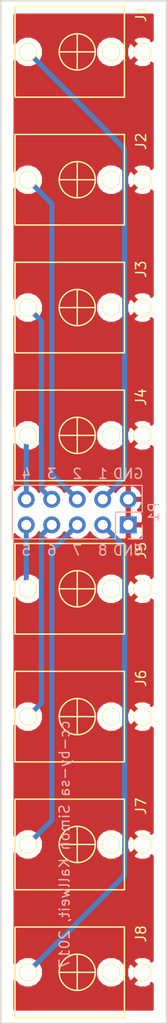
<source format=kicad_pcb>
(kicad_pcb (version 4) (host pcbnew 4.0.2-stable)

  (general
    (links 17)
    (no_connects 0)
    (area 119.304999 44.374999 135.965001 146.125001)
    (thickness 1.6)
    (drawings 15)
    (tracks 24)
    (zones 0)
    (modules 9)
    (nets 18)
  )

  (page A4)
  (layers
    (0 F.Cu signal hide)
    (31 B.Cu signal hide)
    (32 B.Adhes user)
    (33 F.Adhes user)
    (34 B.Paste user)
    (35 F.Paste user)
    (36 B.SilkS user)
    (37 F.SilkS user hide)
    (38 B.Mask user)
    (39 F.Mask user)
    (40 Dwgs.User user)
    (41 Cmts.User user)
    (42 Eco1.User user)
    (43 Eco2.User user)
    (44 Edge.Cuts user)
    (45 Margin user)
    (46 B.CrtYd user)
    (47 F.CrtYd user)
    (48 B.Fab user)
    (49 F.Fab user)
  )

  (setup
    (last_trace_width 0.25)
    (user_trace_width 0.5)
    (trace_clearance 0.2)
    (zone_clearance 0.508)
    (zone_45_only no)
    (trace_min 0.2)
    (segment_width 0.2)
    (edge_width 0.15)
    (via_size 0.6)
    (via_drill 0.4)
    (via_min_size 0.4)
    (via_min_drill 0.3)
    (uvia_size 0.3)
    (uvia_drill 0.1)
    (uvias_allowed no)
    (uvia_min_size 0.2)
    (uvia_min_drill 0.1)
    (pcb_text_width 0.3)
    (pcb_text_size 1.5 1.5)
    (mod_edge_width 0.15)
    (mod_text_size 1 1)
    (mod_text_width 0.15)
    (pad_size 1.524 1.524)
    (pad_drill 0.762)
    (pad_to_mask_clearance 0.2)
    (aux_axis_origin 0 0)
    (visible_elements FFFFFF7F)
    (pcbplotparams
      (layerselection 0x00030_80000001)
      (usegerberextensions false)
      (excludeedgelayer true)
      (linewidth 0.100000)
      (plotframeref false)
      (viasonmask false)
      (mode 1)
      (useauxorigin false)
      (hpglpennumber 1)
      (hpglpenspeed 20)
      (hpglpendiameter 15)
      (hpglpenoverlay 2)
      (psnegative false)
      (psa4output false)
      (plotreference true)
      (plotvalue true)
      (plotinvisibletext false)
      (padsonsilk false)
      (subtractmaskfromsilk false)
      (outputformat 1)
      (mirror false)
      (drillshape 1)
      (scaleselection 1)
      (outputdirectory ""))
  )

  (net 0 "")
  (net 1 "Net-(J1-Pad2)")
  (net 2 /GND)
  (net 3 /SIG1)
  (net 4 "Net-(J2-Pad2)")
  (net 5 /SIG2)
  (net 6 "Net-(J3-Pad2)")
  (net 7 /SIG3)
  (net 8 "Net-(J4-Pad2)")
  (net 9 /SIG4)
  (net 10 "Net-(J5-Pad2)")
  (net 11 /SIG5)
  (net 12 "Net-(J6-Pad2)")
  (net 13 /SIG6)
  (net 14 "Net-(J7-Pad2)")
  (net 15 /SIG7)
  (net 16 "Net-(J8-Pad2)")
  (net 17 /SIG8)

  (net_class Default "This is the default net class."
    (clearance 0.2)
    (trace_width 0.25)
    (via_dia 0.6)
    (via_drill 0.4)
    (uvia_dia 0.3)
    (uvia_drill 0.1)
    (add_net /GND)
    (add_net /SIG1)
    (add_net /SIG2)
    (add_net /SIG3)
    (add_net /SIG4)
    (add_net /SIG5)
    (add_net /SIG6)
    (add_net /SIG7)
    (add_net /SIG8)
    (add_net "Net-(J1-Pad2)")
    (add_net "Net-(J2-Pad2)")
    (add_net "Net-(J3-Pad2)")
    (add_net "Net-(J4-Pad2)")
    (add_net "Net-(J5-Pad2)")
    (add_net "Net-(J6-Pad2)")
    (add_net "Net-(J7-Pad2)")
    (add_net "Net-(J8-Pad2)")
  )

  (module Eurocad:PJ301M-12 (layer F.Cu) (tedit 5819F691) (tstamp 58AE0D1D)
    (at 127 49.53 90)
    (path /58AE1104)
    (fp_text reference J1 (at 3.81 6.35 90) (layer F.SilkS)
      (effects (font (size 1 1) (thickness 0.15)))
    )
    (fp_text value PJ301M-12 (at 0 -7.112 90) (layer F.Fab)
      (effects (font (size 1 1) (thickness 0.15)))
    )
    (fp_line (start -1.8 0) (end 1.8 0) (layer F.SilkS) (width 0.15))
    (fp_line (start 0 -1.8) (end 0 1.8) (layer F.SilkS) (width 0.15))
    (fp_circle (center 0 0) (end 1.8 0) (layer F.SilkS) (width 0.15))
    (fp_line (start 4.5 -6.2) (end 4.5 4.7) (layer F.SilkS) (width 0.15))
    (fp_line (start -4.5 -6.2) (end -4.5 4.7) (layer F.SilkS) (width 0.15))
    (fp_line (start -4.5 4.7) (end 4.5 4.7) (layer F.SilkS) (width 0.15))
    (fp_line (start -4.5 -6.2) (end 4.5 -6.2) (layer F.SilkS) (width 0.15))
    (pad 2 thru_hole circle (at 0 3.38 90) (size 1.8 1.8) (drill 1.6) (layers *.Cu *.Mask F.SilkS)
      (net 1 "Net-(J1-Pad2)"))
    (pad 1 thru_hole circle (at 0 6.48 90) (size 1.8 1.8) (drill 1.6) (layers *.Cu *.Mask F.SilkS)
      (net 2 /GND))
    (pad 3 thru_hole circle (at 0 -4.92 90) (size 1.8 1.8) (drill 1.6) (layers *.Cu *.Mask F.SilkS)
      (net 3 /SIG1))
  )

  (module Eurocad:PJ301M-12 (layer F.Cu) (tedit 5819F691) (tstamp 58AE0D24)
    (at 127 62.23 90)
    (path /58AE11C0)
    (fp_text reference J2 (at 3.81 6.35 90) (layer F.SilkS)
      (effects (font (size 1 1) (thickness 0.15)))
    )
    (fp_text value PJ301M-12 (at 0 -7.112 90) (layer F.Fab)
      (effects (font (size 1 1) (thickness 0.15)))
    )
    (fp_line (start -1.8 0) (end 1.8 0) (layer F.SilkS) (width 0.15))
    (fp_line (start 0 -1.8) (end 0 1.8) (layer F.SilkS) (width 0.15))
    (fp_circle (center 0 0) (end 1.8 0) (layer F.SilkS) (width 0.15))
    (fp_line (start 4.5 -6.2) (end 4.5 4.7) (layer F.SilkS) (width 0.15))
    (fp_line (start -4.5 -6.2) (end -4.5 4.7) (layer F.SilkS) (width 0.15))
    (fp_line (start -4.5 4.7) (end 4.5 4.7) (layer F.SilkS) (width 0.15))
    (fp_line (start -4.5 -6.2) (end 4.5 -6.2) (layer F.SilkS) (width 0.15))
    (pad 2 thru_hole circle (at 0 3.38 90) (size 1.8 1.8) (drill 1.6) (layers *.Cu *.Mask F.SilkS)
      (net 4 "Net-(J2-Pad2)"))
    (pad 1 thru_hole circle (at 0 6.48 90) (size 1.8 1.8) (drill 1.6) (layers *.Cu *.Mask F.SilkS)
      (net 2 /GND))
    (pad 3 thru_hole circle (at 0 -4.92 90) (size 1.8 1.8) (drill 1.6) (layers *.Cu *.Mask F.SilkS)
      (net 5 /SIG2))
  )

  (module Eurocad:PJ301M-12 (layer F.Cu) (tedit 5819F691) (tstamp 58AE0D2B)
    (at 127 74.93 90)
    (path /58AE11F4)
    (fp_text reference J3 (at 3.81 6.35 90) (layer F.SilkS)
      (effects (font (size 1 1) (thickness 0.15)))
    )
    (fp_text value PJ301M-12 (at 0 -7.112 90) (layer F.Fab)
      (effects (font (size 1 1) (thickness 0.15)))
    )
    (fp_line (start -1.8 0) (end 1.8 0) (layer F.SilkS) (width 0.15))
    (fp_line (start 0 -1.8) (end 0 1.8) (layer F.SilkS) (width 0.15))
    (fp_circle (center 0 0) (end 1.8 0) (layer F.SilkS) (width 0.15))
    (fp_line (start 4.5 -6.2) (end 4.5 4.7) (layer F.SilkS) (width 0.15))
    (fp_line (start -4.5 -6.2) (end -4.5 4.7) (layer F.SilkS) (width 0.15))
    (fp_line (start -4.5 4.7) (end 4.5 4.7) (layer F.SilkS) (width 0.15))
    (fp_line (start -4.5 -6.2) (end 4.5 -6.2) (layer F.SilkS) (width 0.15))
    (pad 2 thru_hole circle (at 0 3.38 90) (size 1.8 1.8) (drill 1.6) (layers *.Cu *.Mask F.SilkS)
      (net 6 "Net-(J3-Pad2)"))
    (pad 1 thru_hole circle (at 0 6.48 90) (size 1.8 1.8) (drill 1.6) (layers *.Cu *.Mask F.SilkS)
      (net 2 /GND))
    (pad 3 thru_hole circle (at 0 -4.92 90) (size 1.8 1.8) (drill 1.6) (layers *.Cu *.Mask F.SilkS)
      (net 7 /SIG3))
  )

  (module Eurocad:PJ301M-12 (layer F.Cu) (tedit 5819F691) (tstamp 58AE0D32)
    (at 127 87.63 90)
    (path /58AE11FA)
    (fp_text reference J4 (at 3.81 6.35 90) (layer F.SilkS)
      (effects (font (size 1 1) (thickness 0.15)))
    )
    (fp_text value PJ301M-12 (at 0 -7.112 90) (layer F.Fab)
      (effects (font (size 1 1) (thickness 0.15)))
    )
    (fp_line (start -1.8 0) (end 1.8 0) (layer F.SilkS) (width 0.15))
    (fp_line (start 0 -1.8) (end 0 1.8) (layer F.SilkS) (width 0.15))
    (fp_circle (center 0 0) (end 1.8 0) (layer F.SilkS) (width 0.15))
    (fp_line (start 4.5 -6.2) (end 4.5 4.7) (layer F.SilkS) (width 0.15))
    (fp_line (start -4.5 -6.2) (end -4.5 4.7) (layer F.SilkS) (width 0.15))
    (fp_line (start -4.5 4.7) (end 4.5 4.7) (layer F.SilkS) (width 0.15))
    (fp_line (start -4.5 -6.2) (end 4.5 -6.2) (layer F.SilkS) (width 0.15))
    (pad 2 thru_hole circle (at 0 3.38 90) (size 1.8 1.8) (drill 1.6) (layers *.Cu *.Mask F.SilkS)
      (net 8 "Net-(J4-Pad2)"))
    (pad 1 thru_hole circle (at 0 6.48 90) (size 1.8 1.8) (drill 1.6) (layers *.Cu *.Mask F.SilkS)
      (net 2 /GND))
    (pad 3 thru_hole circle (at 0 -4.92 90) (size 1.8 1.8) (drill 1.6) (layers *.Cu *.Mask F.SilkS)
      (net 9 /SIG4))
  )

  (module Eurocad:PJ301M-12 (layer F.Cu) (tedit 5819F691) (tstamp 58AE0D39)
    (at 127 102.87 90)
    (path /58AE12BE)
    (fp_text reference J5 (at 3.81 6.35 90) (layer F.SilkS)
      (effects (font (size 1 1) (thickness 0.15)))
    )
    (fp_text value PJ301M-12 (at 0 -7.112 90) (layer F.Fab)
      (effects (font (size 1 1) (thickness 0.15)))
    )
    (fp_line (start -1.8 0) (end 1.8 0) (layer F.SilkS) (width 0.15))
    (fp_line (start 0 -1.8) (end 0 1.8) (layer F.SilkS) (width 0.15))
    (fp_circle (center 0 0) (end 1.8 0) (layer F.SilkS) (width 0.15))
    (fp_line (start 4.5 -6.2) (end 4.5 4.7) (layer F.SilkS) (width 0.15))
    (fp_line (start -4.5 -6.2) (end -4.5 4.7) (layer F.SilkS) (width 0.15))
    (fp_line (start -4.5 4.7) (end 4.5 4.7) (layer F.SilkS) (width 0.15))
    (fp_line (start -4.5 -6.2) (end 4.5 -6.2) (layer F.SilkS) (width 0.15))
    (pad 2 thru_hole circle (at 0 3.38 90) (size 1.8 1.8) (drill 1.6) (layers *.Cu *.Mask F.SilkS)
      (net 10 "Net-(J5-Pad2)"))
    (pad 1 thru_hole circle (at 0 6.48 90) (size 1.8 1.8) (drill 1.6) (layers *.Cu *.Mask F.SilkS)
      (net 2 /GND))
    (pad 3 thru_hole circle (at 0 -4.92 90) (size 1.8 1.8) (drill 1.6) (layers *.Cu *.Mask F.SilkS)
      (net 11 /SIG5))
  )

  (module Eurocad:PJ301M-12 (layer F.Cu) (tedit 5819F691) (tstamp 58AE0D40)
    (at 127 115.57 90)
    (path /58AE12C4)
    (fp_text reference J6 (at 3.81 6.35 90) (layer F.SilkS)
      (effects (font (size 1 1) (thickness 0.15)))
    )
    (fp_text value PJ301M-12 (at 0 -7.112 90) (layer F.Fab)
      (effects (font (size 1 1) (thickness 0.15)))
    )
    (fp_line (start -1.8 0) (end 1.8 0) (layer F.SilkS) (width 0.15))
    (fp_line (start 0 -1.8) (end 0 1.8) (layer F.SilkS) (width 0.15))
    (fp_circle (center 0 0) (end 1.8 0) (layer F.SilkS) (width 0.15))
    (fp_line (start 4.5 -6.2) (end 4.5 4.7) (layer F.SilkS) (width 0.15))
    (fp_line (start -4.5 -6.2) (end -4.5 4.7) (layer F.SilkS) (width 0.15))
    (fp_line (start -4.5 4.7) (end 4.5 4.7) (layer F.SilkS) (width 0.15))
    (fp_line (start -4.5 -6.2) (end 4.5 -6.2) (layer F.SilkS) (width 0.15))
    (pad 2 thru_hole circle (at 0 3.38 90) (size 1.8 1.8) (drill 1.6) (layers *.Cu *.Mask F.SilkS)
      (net 12 "Net-(J6-Pad2)"))
    (pad 1 thru_hole circle (at 0 6.48 90) (size 1.8 1.8) (drill 1.6) (layers *.Cu *.Mask F.SilkS)
      (net 2 /GND))
    (pad 3 thru_hole circle (at 0 -4.92 90) (size 1.8 1.8) (drill 1.6) (layers *.Cu *.Mask F.SilkS)
      (net 13 /SIG6))
  )

  (module Eurocad:PJ301M-12 (layer F.Cu) (tedit 5819F691) (tstamp 58AE0D47)
    (at 127 128.27 90)
    (path /58AE12CA)
    (fp_text reference J7 (at 3.81 6.35 90) (layer F.SilkS)
      (effects (font (size 1 1) (thickness 0.15)))
    )
    (fp_text value PJ301M-12 (at 0 -7.112 90) (layer F.Fab)
      (effects (font (size 1 1) (thickness 0.15)))
    )
    (fp_line (start -1.8 0) (end 1.8 0) (layer F.SilkS) (width 0.15))
    (fp_line (start 0 -1.8) (end 0 1.8) (layer F.SilkS) (width 0.15))
    (fp_circle (center 0 0) (end 1.8 0) (layer F.SilkS) (width 0.15))
    (fp_line (start 4.5 -6.2) (end 4.5 4.7) (layer F.SilkS) (width 0.15))
    (fp_line (start -4.5 -6.2) (end -4.5 4.7) (layer F.SilkS) (width 0.15))
    (fp_line (start -4.5 4.7) (end 4.5 4.7) (layer F.SilkS) (width 0.15))
    (fp_line (start -4.5 -6.2) (end 4.5 -6.2) (layer F.SilkS) (width 0.15))
    (pad 2 thru_hole circle (at 0 3.38 90) (size 1.8 1.8) (drill 1.6) (layers *.Cu *.Mask F.SilkS)
      (net 14 "Net-(J7-Pad2)"))
    (pad 1 thru_hole circle (at 0 6.48 90) (size 1.8 1.8) (drill 1.6) (layers *.Cu *.Mask F.SilkS)
      (net 2 /GND))
    (pad 3 thru_hole circle (at 0 -4.92 90) (size 1.8 1.8) (drill 1.6) (layers *.Cu *.Mask F.SilkS)
      (net 15 /SIG7))
  )

  (module Eurocad:PJ301M-12 (layer F.Cu) (tedit 5819F691) (tstamp 58AE0D4E)
    (at 127 140.97 90)
    (path /58AE12D0)
    (fp_text reference J8 (at 3.81 6.35 90) (layer F.SilkS)
      (effects (font (size 1 1) (thickness 0.15)))
    )
    (fp_text value PJ301M-12 (at 0 -7.112 90) (layer F.Fab)
      (effects (font (size 1 1) (thickness 0.15)))
    )
    (fp_line (start -1.8 0) (end 1.8 0) (layer F.SilkS) (width 0.15))
    (fp_line (start 0 -1.8) (end 0 1.8) (layer F.SilkS) (width 0.15))
    (fp_circle (center 0 0) (end 1.8 0) (layer F.SilkS) (width 0.15))
    (fp_line (start 4.5 -6.2) (end 4.5 4.7) (layer F.SilkS) (width 0.15))
    (fp_line (start -4.5 -6.2) (end -4.5 4.7) (layer F.SilkS) (width 0.15))
    (fp_line (start -4.5 4.7) (end 4.5 4.7) (layer F.SilkS) (width 0.15))
    (fp_line (start -4.5 -6.2) (end 4.5 -6.2) (layer F.SilkS) (width 0.15))
    (pad 2 thru_hole circle (at 0 3.38 90) (size 1.8 1.8) (drill 1.6) (layers *.Cu *.Mask F.SilkS)
      (net 16 "Net-(J8-Pad2)"))
    (pad 1 thru_hole circle (at 0 6.48 90) (size 1.8 1.8) (drill 1.6) (layers *.Cu *.Mask F.SilkS)
      (net 2 /GND))
    (pad 3 thru_hole circle (at 0 -4.92 90) (size 1.8 1.8) (drill 1.6) (layers *.Cu *.Mask F.SilkS)
      (net 17 /SIG8))
  )

  (module Pin_Headers:Pin_Header_Straight_2x05_Pitch2.54mm (layer B.Cu) (tedit 5862ED53) (tstamp 58AE0D5C)
    (at 132.08 96.52 90)
    (descr "Through hole straight pin header, 2x05, 2.54mm pitch, double rows")
    (tags "Through hole pin header THT 2x05 2.54mm double row")
    (path /58AE0A22)
    (fp_text reference P1 (at 1.27 2.54 90) (layer B.SilkS)
      (effects (font (size 1 1) (thickness 0.15)) (justify mirror))
    )
    (fp_text value CONN_5X2 (at 1.27 -12.55 90) (layer B.Fab)
      (effects (font (size 1 1) (thickness 0.15)) (justify mirror))
    )
    (fp_line (start -1.27 1.27) (end -1.27 -11.43) (layer B.Fab) (width 0.1))
    (fp_line (start -1.27 -11.43) (end 3.81 -11.43) (layer B.Fab) (width 0.1))
    (fp_line (start 3.81 -11.43) (end 3.81 1.27) (layer B.Fab) (width 0.1))
    (fp_line (start 3.81 1.27) (end -1.27 1.27) (layer B.Fab) (width 0.1))
    (fp_line (start -1.39 -1.27) (end -1.39 -11.55) (layer B.SilkS) (width 0.12))
    (fp_line (start -1.39 -11.55) (end 3.93 -11.55) (layer B.SilkS) (width 0.12))
    (fp_line (start 3.93 -11.55) (end 3.93 1.39) (layer B.SilkS) (width 0.12))
    (fp_line (start 3.93 1.39) (end 1.27 1.39) (layer B.SilkS) (width 0.12))
    (fp_line (start 1.27 1.39) (end 1.27 -1.27) (layer B.SilkS) (width 0.12))
    (fp_line (start 1.27 -1.27) (end -1.39 -1.27) (layer B.SilkS) (width 0.12))
    (fp_line (start -1.39 0) (end -1.39 1.39) (layer B.SilkS) (width 0.12))
    (fp_line (start -1.39 1.39) (end 0 1.39) (layer B.SilkS) (width 0.12))
    (fp_line (start -1.6 1.6) (end -1.6 -11.7) (layer B.CrtYd) (width 0.05))
    (fp_line (start -1.6 -11.7) (end 4.1 -11.7) (layer B.CrtYd) (width 0.05))
    (fp_line (start 4.1 -11.7) (end 4.1 1.6) (layer B.CrtYd) (width 0.05))
    (fp_line (start 4.1 1.6) (end -1.6 1.6) (layer B.CrtYd) (width 0.05))
    (pad 1 thru_hole rect (at 0 0 90) (size 1.7 1.7) (drill 1) (layers *.Cu *.Mask)
      (net 2 /GND))
    (pad 2 thru_hole oval (at 2.54 0 90) (size 1.7 1.7) (drill 1) (layers *.Cu *.Mask)
      (net 2 /GND))
    (pad 3 thru_hole oval (at 0 -2.54 90) (size 1.7 1.7) (drill 1) (layers *.Cu *.Mask)
      (net 17 /SIG8))
    (pad 4 thru_hole oval (at 2.54 -2.54 90) (size 1.7 1.7) (drill 1) (layers *.Cu *.Mask)
      (net 3 /SIG1))
    (pad 5 thru_hole oval (at 0 -5.08 90) (size 1.7 1.7) (drill 1) (layers *.Cu *.Mask)
      (net 15 /SIG7))
    (pad 6 thru_hole oval (at 2.54 -5.08 90) (size 1.7 1.7) (drill 1) (layers *.Cu *.Mask)
      (net 5 /SIG2))
    (pad 7 thru_hole oval (at 0 -7.62 90) (size 1.7 1.7) (drill 1) (layers *.Cu *.Mask)
      (net 13 /SIG6))
    (pad 8 thru_hole oval (at 2.54 -7.62 90) (size 1.7 1.7) (drill 1) (layers *.Cu *.Mask)
      (net 7 /SIG3))
    (pad 9 thru_hole oval (at 0 -10.16 90) (size 1.7 1.7) (drill 1) (layers *.Cu *.Mask)
      (net 11 /SIG5))
    (pad 10 thru_hole oval (at 2.54 -10.16 90) (size 1.7 1.7) (drill 1) (layers *.Cu *.Mask)
      (net 9 /SIG4))
    (model Pin_Headers.3dshapes/Pin_Header_Straight_2x05_Pitch2.54mm.wrl
      (at (xyz 0.05 -0.2 0))
      (scale (xyz 1 1 1))
      (rotate (xyz 0 0 90))
    )
  )

  (gr_text 4 (at 121.92 91.44) (layer B.SilkS) (tstamp 58AE25E7)
    (effects (font (size 1 1) (thickness 0.15)) (justify mirror))
  )
  (gr_text 3 (at 124.46 91.44) (layer B.SilkS) (tstamp 58AE25E6)
    (effects (font (size 1 1) (thickness 0.15)) (justify mirror))
  )
  (gr_text 2 (at 127 91.44) (layer B.SilkS) (tstamp 58AE25E5)
    (effects (font (size 1 1) (thickness 0.15)) (justify mirror))
  )
  (gr_text 1 (at 129.54 91.44) (layer B.SilkS) (tstamp 58AE25E4)
    (effects (font (size 1 1) (thickness 0.15)) (justify mirror))
  )
  (gr_text GND (at 132.08 91.44) (layer B.SilkS) (tstamp 58AE25E3)
    (effects (font (size 1 1) (thickness 0.15)) (justify mirror))
  )
  (gr_text 5 (at 121.92 99.06) (layer B.SilkS) (tstamp 58AE25B9)
    (effects (font (size 1 1) (thickness 0.15)) (justify mirror))
  )
  (gr_text 6 (at 124.46 99.06) (layer B.SilkS) (tstamp 58AE25B8)
    (effects (font (size 1 1) (thickness 0.15)) (justify mirror))
  )
  (gr_text 7 (at 127 99.06) (layer B.SilkS) (tstamp 58AE25B7)
    (effects (font (size 1 1) (thickness 0.15)) (justify mirror))
  )
  (gr_text 8 (at 129.54 99.06) (layer B.SilkS) (tstamp 58AE25AD)
    (effects (font (size 1 1) (thickness 0.15)) (justify mirror))
  )
  (gr_text GND (at 132.08 99.06) (layer B.SilkS)
    (effects (font (size 1 1) (thickness 0.15)) (justify mirror))
  )
  (gr_text "cc-by-sa Simon Kallweit, 2017" (at 125.73 128.27 90) (layer B.SilkS)
    (effects (font (size 1 1) (thickness 0.15)) (justify mirror))
  )
  (gr_line (start 135.89 44.45) (end 119.38 44.45) (layer Edge.Cuts) (width 0.15))
  (gr_line (start 135.89 146.05) (end 135.89 44.45) (layer Edge.Cuts) (width 0.15))
  (gr_line (start 119.38 146.05) (end 135.89 146.05) (layer Edge.Cuts) (width 0.15))
  (gr_line (start 119.38 44.45) (end 119.38 146.05) (layer Edge.Cuts) (width 0.15))

  (segment (start 129.54 93.98) (end 131.730001 91.789999) (width 0.5) (layer B.Cu) (net 3))
  (segment (start 131.730001 91.789999) (end 131.730001 59.180001) (width 0.5) (layer B.Cu) (net 3))
  (segment (start 131.730001 59.180001) (end 122.08 49.53) (width 0.5) (layer B.Cu) (net 3))
  (segment (start 124.46 91.44) (end 124.46 64.61) (width 0.5) (layer B.Cu) (net 5))
  (segment (start 124.46 64.61) (end 122.08 62.23) (width 0.5) (layer B.Cu) (net 5))
  (segment (start 127 93.98) (end 124.46 91.44) (width 0.5) (layer B.Cu) (net 5))
  (segment (start 124.46 93.98) (end 123.430001 92.950001) (width 0.5) (layer B.Cu) (net 7))
  (segment (start 123.430001 92.950001) (end 123.430001 76.280001) (width 0.5) (layer B.Cu) (net 7))
  (segment (start 123.430001 76.280001) (end 122.979999 75.829999) (width 0.5) (layer B.Cu) (net 7))
  (segment (start 122.979999 75.829999) (end 122.08 74.93) (width 0.5) (layer B.Cu) (net 7))
  (segment (start 121.92 93.98) (end 121.92 87.79) (width 0.5) (layer B.Cu) (net 9))
  (segment (start 121.92 87.79) (end 122.08 87.63) (width 0.5) (layer B.Cu) (net 9))
  (segment (start 121.92 96.52) (end 121.92 102.71) (width 0.5) (layer B.Cu) (net 11))
  (segment (start 121.92 102.71) (end 122.08 102.87) (width 0.5) (layer B.Cu) (net 11))
  (segment (start 124.46 96.52) (end 123.430001 97.549999) (width 0.5) (layer B.Cu) (net 13))
  (segment (start 123.430001 97.549999) (end 123.430001 114.219999) (width 0.5) (layer B.Cu) (net 13))
  (segment (start 123.430001 114.219999) (end 122.979999 114.670001) (width 0.5) (layer B.Cu) (net 13))
  (segment (start 122.979999 114.670001) (end 122.08 115.57) (width 0.5) (layer B.Cu) (net 13))
  (segment (start 124.46 99.06) (end 124.46 125.89) (width 0.5) (layer B.Cu) (net 15))
  (segment (start 124.46 125.89) (end 122.08 128.27) (width 0.5) (layer B.Cu) (net 15))
  (segment (start 127 96.52) (end 124.46 99.06) (width 0.5) (layer B.Cu) (net 15))
  (segment (start 129.54 96.52) (end 131.730001 98.710001) (width 0.5) (layer B.Cu) (net 17))
  (segment (start 131.730001 98.710001) (end 131.730001 131.319999) (width 0.5) (layer B.Cu) (net 17))
  (segment (start 131.730001 131.319999) (end 122.08 140.97) (width 0.5) (layer B.Cu) (net 17))

  (zone (net 2) (net_name /GND) (layer F.Cu) (tstamp 0) (hatch edge 0.508)
    (connect_pads (clearance 0.508))
    (min_thickness 0.254)
    (fill yes (arc_segments 16) (thermal_gap 0.508) (thermal_bridge_width 0.508))
    (polygon
      (pts
        (xy 120.65 144.78) (xy 134.62 144.78) (xy 134.62 45.72) (xy 120.65 45.72)
      )
    )
    (filled_polygon
      (pts
        (xy 134.493 48.337392) (xy 134.380553 48.449839) (xy 134.294148 48.193357) (xy 133.720664 47.983542) (xy 133.11054 48.009161)
        (xy 132.665852 48.193357) (xy 132.579446 48.449841) (xy 133.48 49.350395) (xy 133.494143 49.336253) (xy 133.673748 49.515858)
        (xy 133.659605 49.53) (xy 133.673748 49.544143) (xy 133.494143 49.723748) (xy 133.48 49.709605) (xy 132.579446 50.610159)
        (xy 132.665852 50.866643) (xy 133.239336 51.076458) (xy 133.84946 51.050839) (xy 134.294148 50.866643) (xy 134.380553 50.610161)
        (xy 134.493 50.722608) (xy 134.493 61.037392) (xy 134.380553 61.149839) (xy 134.294148 60.893357) (xy 133.720664 60.683542)
        (xy 133.11054 60.709161) (xy 132.665852 60.893357) (xy 132.579446 61.149841) (xy 133.48 62.050395) (xy 133.494143 62.036253)
        (xy 133.673748 62.215858) (xy 133.659605 62.23) (xy 133.673748 62.244143) (xy 133.494143 62.423748) (xy 133.48 62.409605)
        (xy 132.579446 63.310159) (xy 132.665852 63.566643) (xy 133.239336 63.776458) (xy 133.84946 63.750839) (xy 134.294148 63.566643)
        (xy 134.380553 63.310161) (xy 134.493 63.422608) (xy 134.493 73.737392) (xy 134.380553 73.849839) (xy 134.294148 73.593357)
        (xy 133.720664 73.383542) (xy 133.11054 73.409161) (xy 132.665852 73.593357) (xy 132.579446 73.849841) (xy 133.48 74.750395)
        (xy 133.494143 74.736253) (xy 133.673748 74.915858) (xy 133.659605 74.93) (xy 133.673748 74.944143) (xy 133.494143 75.123748)
        (xy 133.48 75.109605) (xy 132.579446 76.010159) (xy 132.665852 76.266643) (xy 133.239336 76.476458) (xy 133.84946 76.450839)
        (xy 134.294148 76.266643) (xy 134.380553 76.010161) (xy 134.493 76.122608) (xy 134.493 86.437392) (xy 134.380553 86.549839)
        (xy 134.294148 86.293357) (xy 133.720664 86.083542) (xy 133.11054 86.109161) (xy 132.665852 86.293357) (xy 132.579446 86.549841)
        (xy 133.48 87.450395) (xy 133.494143 87.436253) (xy 133.673748 87.615858) (xy 133.659605 87.63) (xy 133.673748 87.644143)
        (xy 133.494143 87.823748) (xy 133.48 87.809605) (xy 132.579446 88.710159) (xy 132.665852 88.966643) (xy 133.239336 89.176458)
        (xy 133.84946 89.150839) (xy 134.294148 88.966643) (xy 134.380553 88.710161) (xy 134.493 88.822608) (xy 134.493 101.677392)
        (xy 134.380553 101.789839) (xy 134.294148 101.533357) (xy 133.720664 101.323542) (xy 133.11054 101.349161) (xy 132.665852 101.533357)
        (xy 132.579446 101.789841) (xy 133.48 102.690395) (xy 133.494143 102.676253) (xy 133.673748 102.855858) (xy 133.659605 102.87)
        (xy 133.673748 102.884143) (xy 133.494143 103.063748) (xy 133.48 103.049605) (xy 132.579446 103.950159) (xy 132.665852 104.206643)
        (xy 133.239336 104.416458) (xy 133.84946 104.390839) (xy 134.294148 104.206643) (xy 134.380553 103.950161) (xy 134.493 104.062608)
        (xy 134.493 114.377392) (xy 134.380553 114.489839) (xy 134.294148 114.233357) (xy 133.720664 114.023542) (xy 133.11054 114.049161)
        (xy 132.665852 114.233357) (xy 132.579446 114.489841) (xy 133.48 115.390395) (xy 133.494143 115.376253) (xy 133.673748 115.555858)
        (xy 133.659605 115.57) (xy 133.673748 115.584143) (xy 133.494143 115.763748) (xy 133.48 115.749605) (xy 132.579446 116.650159)
        (xy 132.665852 116.906643) (xy 133.239336 117.116458) (xy 133.84946 117.090839) (xy 134.294148 116.906643) (xy 134.380553 116.650161)
        (xy 134.493 116.762608) (xy 134.493 127.077392) (xy 134.380553 127.189839) (xy 134.294148 126.933357) (xy 133.720664 126.723542)
        (xy 133.11054 126.749161) (xy 132.665852 126.933357) (xy 132.579446 127.189841) (xy 133.48 128.090395) (xy 133.494143 128.076253)
        (xy 133.673748 128.255858) (xy 133.659605 128.27) (xy 133.673748 128.284143) (xy 133.494143 128.463748) (xy 133.48 128.449605)
        (xy 132.579446 129.350159) (xy 132.665852 129.606643) (xy 133.239336 129.816458) (xy 133.84946 129.790839) (xy 134.294148 129.606643)
        (xy 134.380553 129.350161) (xy 134.493 129.462608) (xy 134.493 139.777392) (xy 134.380553 139.889839) (xy 134.294148 139.633357)
        (xy 133.720664 139.423542) (xy 133.11054 139.449161) (xy 132.665852 139.633357) (xy 132.579446 139.889841) (xy 133.48 140.790395)
        (xy 133.494143 140.776253) (xy 133.673748 140.955858) (xy 133.659605 140.97) (xy 133.673748 140.984143) (xy 133.494143 141.163748)
        (xy 133.48 141.149605) (xy 132.579446 142.050159) (xy 132.665852 142.306643) (xy 133.239336 142.516458) (xy 133.84946 142.490839)
        (xy 134.294148 142.306643) (xy 134.380553 142.050161) (xy 134.493 142.162608) (xy 134.493 144.653) (xy 120.777 144.653)
        (xy 120.777 141.836115) (xy 120.777932 141.838371) (xy 121.209357 142.270551) (xy 121.77333 142.504733) (xy 122.383991 142.505265)
        (xy 122.948371 142.272068) (xy 123.380551 141.840643) (xy 123.614733 141.27667) (xy 123.614735 141.273991) (xy 128.844735 141.273991)
        (xy 129.077932 141.838371) (xy 129.509357 142.270551) (xy 130.07333 142.504733) (xy 130.683991 142.505265) (xy 131.248371 142.272068)
        (xy 131.680551 141.840643) (xy 131.914733 141.27667) (xy 131.915209 140.729336) (xy 131.933542 140.729336) (xy 131.959161 141.33946)
        (xy 132.143357 141.784148) (xy 132.399841 141.870554) (xy 133.300395 140.97) (xy 132.399841 140.069446) (xy 132.143357 140.155852)
        (xy 131.933542 140.729336) (xy 131.915209 140.729336) (xy 131.915265 140.666009) (xy 131.682068 140.101629) (xy 131.250643 139.669449)
        (xy 130.68667 139.435267) (xy 130.076009 139.434735) (xy 129.511629 139.667932) (xy 129.079449 140.099357) (xy 128.845267 140.66333)
        (xy 128.844735 141.273991) (xy 123.614735 141.273991) (xy 123.615265 140.666009) (xy 123.382068 140.101629) (xy 122.950643 139.669449)
        (xy 122.38667 139.435267) (xy 121.776009 139.434735) (xy 121.211629 139.667932) (xy 120.779449 140.099357) (xy 120.777 140.105255)
        (xy 120.777 129.136115) (xy 120.777932 129.138371) (xy 121.209357 129.570551) (xy 121.77333 129.804733) (xy 122.383991 129.805265)
        (xy 122.948371 129.572068) (xy 123.380551 129.140643) (xy 123.614733 128.57667) (xy 123.614735 128.573991) (xy 128.844735 128.573991)
        (xy 129.077932 129.138371) (xy 129.509357 129.570551) (xy 130.07333 129.804733) (xy 130.683991 129.805265) (xy 131.248371 129.572068)
        (xy 131.680551 129.140643) (xy 131.914733 128.57667) (xy 131.915209 128.029336) (xy 131.933542 128.029336) (xy 131.959161 128.63946)
        (xy 132.143357 129.084148) (xy 132.399841 129.170554) (xy 133.300395 128.27) (xy 132.399841 127.369446) (xy 132.143357 127.455852)
        (xy 131.933542 128.029336) (xy 131.915209 128.029336) (xy 131.915265 127.966009) (xy 131.682068 127.401629) (xy 131.250643 126.969449)
        (xy 130.68667 126.735267) (xy 130.076009 126.734735) (xy 129.511629 126.967932) (xy 129.079449 127.399357) (xy 128.845267 127.96333)
        (xy 128.844735 128.573991) (xy 123.614735 128.573991) (xy 123.615265 127.966009) (xy 123.382068 127.401629) (xy 122.950643 126.969449)
        (xy 122.38667 126.735267) (xy 121.776009 126.734735) (xy 121.211629 126.967932) (xy 120.779449 127.399357) (xy 120.777 127.405255)
        (xy 120.777 116.436115) (xy 120.777932 116.438371) (xy 121.209357 116.870551) (xy 121.77333 117.104733) (xy 122.383991 117.105265)
        (xy 122.948371 116.872068) (xy 123.380551 116.440643) (xy 123.614733 115.87667) (xy 123.614735 115.873991) (xy 128.844735 115.873991)
        (xy 129.077932 116.438371) (xy 129.509357 116.870551) (xy 130.07333 117.104733) (xy 130.683991 117.105265) (xy 131.248371 116.872068)
        (xy 131.680551 116.440643) (xy 131.914733 115.87667) (xy 131.915209 115.329336) (xy 131.933542 115.329336) (xy 131.959161 115.93946)
        (xy 132.143357 116.384148) (xy 132.399841 116.470554) (xy 133.300395 115.57) (xy 132.399841 114.669446) (xy 132.143357 114.755852)
        (xy 131.933542 115.329336) (xy 131.915209 115.329336) (xy 131.915265 115.266009) (xy 131.682068 114.701629) (xy 131.250643 114.269449)
        (xy 130.68667 114.035267) (xy 130.076009 114.034735) (xy 129.511629 114.267932) (xy 129.079449 114.699357) (xy 128.845267 115.26333)
        (xy 128.844735 115.873991) (xy 123.614735 115.873991) (xy 123.615265 115.266009) (xy 123.382068 114.701629) (xy 122.950643 114.269449)
        (xy 122.38667 114.035267) (xy 121.776009 114.034735) (xy 121.211629 114.267932) (xy 120.779449 114.699357) (xy 120.777 114.705255)
        (xy 120.777 103.736115) (xy 120.777932 103.738371) (xy 121.209357 104.170551) (xy 121.77333 104.404733) (xy 122.383991 104.405265)
        (xy 122.948371 104.172068) (xy 123.380551 103.740643) (xy 123.614733 103.17667) (xy 123.614735 103.173991) (xy 128.844735 103.173991)
        (xy 129.077932 103.738371) (xy 129.509357 104.170551) (xy 130.07333 104.404733) (xy 130.683991 104.405265) (xy 131.248371 104.172068)
        (xy 131.680551 103.740643) (xy 131.914733 103.17667) (xy 131.915209 102.629336) (xy 131.933542 102.629336) (xy 131.959161 103.23946)
        (xy 132.143357 103.684148) (xy 132.399841 103.770554) (xy 133.300395 102.87) (xy 132.399841 101.969446) (xy 132.143357 102.055852)
        (xy 131.933542 102.629336) (xy 131.915209 102.629336) (xy 131.915265 102.566009) (xy 131.682068 102.001629) (xy 131.250643 101.569449)
        (xy 130.68667 101.335267) (xy 130.076009 101.334735) (xy 129.511629 101.567932) (xy 129.079449 101.999357) (xy 128.845267 102.56333)
        (xy 128.844735 103.173991) (xy 123.614735 103.173991) (xy 123.615265 102.566009) (xy 123.382068 102.001629) (xy 122.950643 101.569449)
        (xy 122.38667 101.335267) (xy 121.776009 101.334735) (xy 121.211629 101.567932) (xy 120.779449 101.999357) (xy 120.777 102.005255)
        (xy 120.777 97.460043) (xy 120.869946 97.599147) (xy 121.351715 97.921054) (xy 121.92 98.034093) (xy 122.488285 97.921054)
        (xy 122.970054 97.599147) (xy 123.19 97.269974) (xy 123.409946 97.599147) (xy 123.891715 97.921054) (xy 124.46 98.034093)
        (xy 125.028285 97.921054) (xy 125.510054 97.599147) (xy 125.73 97.269974) (xy 125.949946 97.599147) (xy 126.431715 97.921054)
        (xy 127 98.034093) (xy 127.568285 97.921054) (xy 128.050054 97.599147) (xy 128.27 97.269974) (xy 128.489946 97.599147)
        (xy 128.971715 97.921054) (xy 129.54 98.034093) (xy 130.108285 97.921054) (xy 130.590054 97.599147) (xy 130.619403 97.555223)
        (xy 130.691673 97.729698) (xy 130.870301 97.908327) (xy 131.10369 98.005) (xy 131.79425 98.005) (xy 131.953 97.84625)
        (xy 131.953 96.647) (xy 132.207 96.647) (xy 132.207 97.84625) (xy 132.36575 98.005) (xy 133.05631 98.005)
        (xy 133.289699 97.908327) (xy 133.468327 97.729698) (xy 133.565 97.496309) (xy 133.565 96.80575) (xy 133.40625 96.647)
        (xy 132.207 96.647) (xy 131.953 96.647) (xy 131.933 96.647) (xy 131.933 96.393) (xy 131.953 96.393)
        (xy 131.953 94.107) (xy 132.207 94.107) (xy 132.207 96.393) (xy 133.40625 96.393) (xy 133.565 96.23425)
        (xy 133.565 95.543691) (xy 133.468327 95.310302) (xy 133.289699 95.131673) (xy 133.075792 95.04307) (xy 133.275183 94.861358)
        (xy 133.521486 94.336892) (xy 133.400819 94.107) (xy 132.207 94.107) (xy 131.953 94.107) (xy 131.933 94.107)
        (xy 131.933 93.853) (xy 131.953 93.853) (xy 131.953 92.659845) (xy 132.207 92.659845) (xy 132.207 93.853)
        (xy 133.400819 93.853) (xy 133.521486 93.623108) (xy 133.275183 93.098642) (xy 132.846924 92.708355) (xy 132.43689 92.538524)
        (xy 132.207 92.659845) (xy 131.953 92.659845) (xy 131.72311 92.538524) (xy 131.313076 92.708355) (xy 130.884817 93.098642)
        (xy 130.817702 93.241553) (xy 130.590054 92.900853) (xy 130.108285 92.578946) (xy 129.54 92.465907) (xy 128.971715 92.578946)
        (xy 128.489946 92.900853) (xy 128.27 93.230026) (xy 128.050054 92.900853) (xy 127.568285 92.578946) (xy 127 92.465907)
        (xy 126.431715 92.578946) (xy 125.949946 92.900853) (xy 125.73 93.230026) (xy 125.510054 92.900853) (xy 125.028285 92.578946)
        (xy 124.46 92.465907) (xy 123.891715 92.578946) (xy 123.409946 92.900853) (xy 123.19 93.230026) (xy 122.970054 92.900853)
        (xy 122.488285 92.578946) (xy 121.92 92.465907) (xy 121.351715 92.578946) (xy 120.869946 92.900853) (xy 120.777 93.039957)
        (xy 120.777 88.496115) (xy 120.777932 88.498371) (xy 121.209357 88.930551) (xy 121.77333 89.164733) (xy 122.383991 89.165265)
        (xy 122.948371 88.932068) (xy 123.380551 88.500643) (xy 123.614733 87.93667) (xy 123.614735 87.933991) (xy 128.844735 87.933991)
        (xy 129.077932 88.498371) (xy 129.509357 88.930551) (xy 130.07333 89.164733) (xy 130.683991 89.165265) (xy 131.248371 88.932068)
        (xy 131.680551 88.500643) (xy 131.914733 87.93667) (xy 131.915209 87.389336) (xy 131.933542 87.389336) (xy 131.959161 87.99946)
        (xy 132.143357 88.444148) (xy 132.399841 88.530554) (xy 133.300395 87.63) (xy 132.399841 86.729446) (xy 132.143357 86.815852)
        (xy 131.933542 87.389336) (xy 131.915209 87.389336) (xy 131.915265 87.326009) (xy 131.682068 86.761629) (xy 131.250643 86.329449)
        (xy 130.68667 86.095267) (xy 130.076009 86.094735) (xy 129.511629 86.327932) (xy 129.079449 86.759357) (xy 128.845267 87.32333)
        (xy 128.844735 87.933991) (xy 123.614735 87.933991) (xy 123.615265 87.326009) (xy 123.382068 86.761629) (xy 122.950643 86.329449)
        (xy 122.38667 86.095267) (xy 121.776009 86.094735) (xy 121.211629 86.327932) (xy 120.779449 86.759357) (xy 120.777 86.765255)
        (xy 120.777 75.796115) (xy 120.777932 75.798371) (xy 121.209357 76.230551) (xy 121.77333 76.464733) (xy 122.383991 76.465265)
        (xy 122.948371 76.232068) (xy 123.380551 75.800643) (xy 123.614733 75.23667) (xy 123.614735 75.233991) (xy 128.844735 75.233991)
        (xy 129.077932 75.798371) (xy 129.509357 76.230551) (xy 130.07333 76.464733) (xy 130.683991 76.465265) (xy 131.248371 76.232068)
        (xy 131.680551 75.800643) (xy 131.914733 75.23667) (xy 131.915209 74.689336) (xy 131.933542 74.689336) (xy 131.959161 75.29946)
        (xy 132.143357 75.744148) (xy 132.399841 75.830554) (xy 133.300395 74.93) (xy 132.399841 74.029446) (xy 132.143357 74.115852)
        (xy 131.933542 74.689336) (xy 131.915209 74.689336) (xy 131.915265 74.626009) (xy 131.682068 74.061629) (xy 131.250643 73.629449)
        (xy 130.68667 73.395267) (xy 130.076009 73.394735) (xy 129.511629 73.627932) (xy 129.079449 74.059357) (xy 128.845267 74.62333)
        (xy 128.844735 75.233991) (xy 123.614735 75.233991) (xy 123.615265 74.626009) (xy 123.382068 74.061629) (xy 122.950643 73.629449)
        (xy 122.38667 73.395267) (xy 121.776009 73.394735) (xy 121.211629 73.627932) (xy 120.779449 74.059357) (xy 120.777 74.065255)
        (xy 120.777 63.096115) (xy 120.777932 63.098371) (xy 121.209357 63.530551) (xy 121.77333 63.764733) (xy 122.383991 63.765265)
        (xy 122.948371 63.532068) (xy 123.380551 63.100643) (xy 123.614733 62.53667) (xy 123.614735 62.533991) (xy 128.844735 62.533991)
        (xy 129.077932 63.098371) (xy 129.509357 63.530551) (xy 130.07333 63.764733) (xy 130.683991 63.765265) (xy 131.248371 63.532068)
        (xy 131.680551 63.100643) (xy 131.914733 62.53667) (xy 131.915209 61.989336) (xy 131.933542 61.989336) (xy 131.959161 62.59946)
        (xy 132.143357 63.044148) (xy 132.399841 63.130554) (xy 133.300395 62.23) (xy 132.399841 61.329446) (xy 132.143357 61.415852)
        (xy 131.933542 61.989336) (xy 131.915209 61.989336) (xy 131.915265 61.926009) (xy 131.682068 61.361629) (xy 131.250643 60.929449)
        (xy 130.68667 60.695267) (xy 130.076009 60.694735) (xy 129.511629 60.927932) (xy 129.079449 61.359357) (xy 128.845267 61.92333)
        (xy 128.844735 62.533991) (xy 123.614735 62.533991) (xy 123.615265 61.926009) (xy 123.382068 61.361629) (xy 122.950643 60.929449)
        (xy 122.38667 60.695267) (xy 121.776009 60.694735) (xy 121.211629 60.927932) (xy 120.779449 61.359357) (xy 120.777 61.365255)
        (xy 120.777 50.396115) (xy 120.777932 50.398371) (xy 121.209357 50.830551) (xy 121.77333 51.064733) (xy 122.383991 51.065265)
        (xy 122.948371 50.832068) (xy 123.380551 50.400643) (xy 123.614733 49.83667) (xy 123.614735 49.833991) (xy 128.844735 49.833991)
        (xy 129.077932 50.398371) (xy 129.509357 50.830551) (xy 130.07333 51.064733) (xy 130.683991 51.065265) (xy 131.248371 50.832068)
        (xy 131.680551 50.400643) (xy 131.914733 49.83667) (xy 131.915209 49.289336) (xy 131.933542 49.289336) (xy 131.959161 49.89946)
        (xy 132.143357 50.344148) (xy 132.399841 50.430554) (xy 133.300395 49.53) (xy 132.399841 48.629446) (xy 132.143357 48.715852)
        (xy 131.933542 49.289336) (xy 131.915209 49.289336) (xy 131.915265 49.226009) (xy 131.682068 48.661629) (xy 131.250643 48.229449)
        (xy 130.68667 47.995267) (xy 130.076009 47.994735) (xy 129.511629 48.227932) (xy 129.079449 48.659357) (xy 128.845267 49.22333)
        (xy 128.844735 49.833991) (xy 123.614735 49.833991) (xy 123.615265 49.226009) (xy 123.382068 48.661629) (xy 122.950643 48.229449)
        (xy 122.38667 47.995267) (xy 121.776009 47.994735) (xy 121.211629 48.227932) (xy 120.779449 48.659357) (xy 120.777 48.665255)
        (xy 120.777 45.847) (xy 134.493 45.847)
      )
    )
  )
)

</source>
